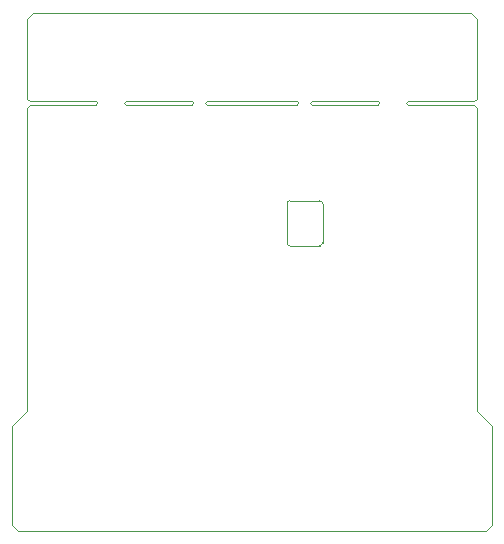
<source format=gbr>
%TF.GenerationSoftware,KiCad,Pcbnew,8.0.2*%
%TF.CreationDate,2024-05-21T12:30:08+05:30*%
%TF.ProjectId,carrier,63617272-6965-4722-9e6b-696361645f70,rev?*%
%TF.SameCoordinates,Original*%
%TF.FileFunction,Profile,NP*%
%FSLAX46Y46*%
G04 Gerber Fmt 4.6, Leading zero omitted, Abs format (unit mm)*
G04 Created by KiCad (PCBNEW 8.0.2) date 2024-05-21 12:30:08*
%MOMM*%
%LPD*%
G01*
G04 APERTURE LIST*
%TA.AperFunction,Profile*%
%ADD10C,0.050000*%
%TD*%
G04 APERTURE END LIST*
D10*
X48768000Y-21440000D02*
G75*
G02*
X48768000Y-21740000I0J-150000D01*
G01*
X27432000Y-21440000D02*
X33020000Y-21440000D01*
X41285000Y-33655000D02*
G75*
G02*
X41035000Y-33405000I0J250000D01*
G01*
X43180000Y-21440000D02*
X48768000Y-21440000D01*
X56900000Y-21740000D02*
X57150000Y-21990000D01*
X17780000Y-57285000D02*
X18280000Y-57785000D01*
X44055000Y-30095000D02*
X44055000Y-33405000D01*
X27432000Y-21740000D02*
G75*
G02*
X27432000Y-21440000I0J150000D01*
G01*
X34290000Y-21440000D02*
X41910000Y-21440000D01*
X56650000Y-13970000D02*
X57150000Y-14470000D01*
X33020000Y-21440000D02*
G75*
G02*
X33020000Y-21740000I0J-150000D01*
G01*
X43180000Y-21740000D02*
G75*
G02*
X43180000Y-21440000I0J150000D01*
G01*
X57150000Y-47625000D02*
X58420000Y-48895000D01*
X19050000Y-47625000D02*
X17780000Y-48895000D01*
X34290000Y-21740000D02*
G75*
G02*
X34290000Y-21440000I0J150000D01*
G01*
X24892000Y-21440000D02*
G75*
G02*
X24892000Y-21740000I0J-150000D01*
G01*
X19300000Y-21740000D02*
X19050000Y-21990000D01*
X57920000Y-57785000D02*
X18280000Y-57785000D01*
X19300000Y-21440000D02*
X24892000Y-21440000D01*
X58420000Y-57285000D02*
X57920000Y-57785000D01*
X44055000Y-33405000D02*
G75*
G02*
X43805000Y-33655000I-250000J0D01*
G01*
X51308000Y-21440000D02*
X56900000Y-21440000D01*
X41910000Y-21440000D02*
G75*
G02*
X41910000Y-21740000I0J-150000D01*
G01*
X56900000Y-21440000D02*
X57150000Y-21190000D01*
X41910000Y-21740000D02*
X34290000Y-21740000D01*
X19050000Y-21190000D02*
X19050000Y-14470000D01*
X24892000Y-21740000D02*
X19300000Y-21740000D01*
X43180000Y-21740000D02*
X48768000Y-21740000D01*
X27432000Y-21740000D02*
X33020000Y-21740000D01*
X17780000Y-48895000D02*
X17780000Y-57285000D01*
X51308000Y-21740000D02*
G75*
G02*
X51308000Y-21440000I0J150000D01*
G01*
X51308000Y-21740000D02*
X56900000Y-21740000D01*
X41035000Y-30095000D02*
G75*
G02*
X41285000Y-29845000I250000J0D01*
G01*
X41285000Y-29845000D02*
X43805000Y-29845000D01*
X57150000Y-21990000D02*
X57150000Y-47625000D01*
X19550000Y-13970000D02*
X56650000Y-13970000D01*
X19050000Y-21990000D02*
X19050000Y-47625000D01*
X57150000Y-21190000D02*
X57150000Y-14470000D01*
X19050000Y-21190000D02*
X19300000Y-21440000D01*
X19550000Y-13970000D02*
X19050000Y-14470000D01*
X58420000Y-48895000D02*
X58420000Y-57285000D01*
X43805000Y-33655000D02*
X41285000Y-33655000D01*
X43805000Y-29845000D02*
G75*
G02*
X44055000Y-30095000I0J-250000D01*
G01*
X41035000Y-33405000D02*
X41035000Y-30095000D01*
M02*

</source>
